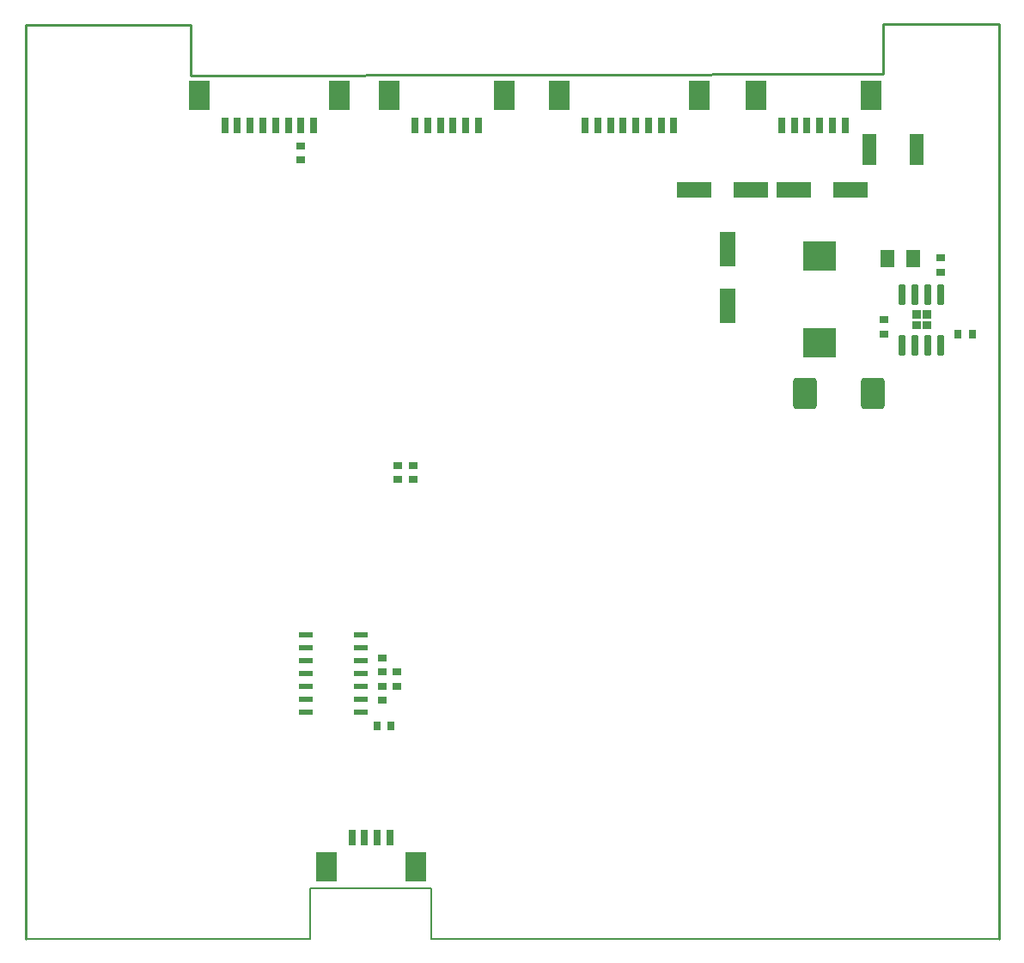
<source format=gbp>
G04*
G04 #@! TF.GenerationSoftware,Altium Limited,Altium Designer,21.8.1 (53)*
G04*
G04 Layer_Color=128*
%FSLAX25Y25*%
%MOIN*%
G70*
G04*
G04 #@! TF.SameCoordinates,A9CDAEE6-7C4F-44BA-9064-0FEE0475B84A*
G04*
G04*
G04 #@! TF.FilePolarity,Positive*
G04*
G01*
G75*
%ADD16C,0.01000*%
%ADD19C,0.00800*%
%ADD24R,0.03543X0.03150*%
%ADD29R,0.03150X0.03543*%
%ADD42R,0.05512X0.07087*%
%ADD96R,0.12800X0.11500*%
%ADD98R,0.13780X0.06299*%
%ADD99R,0.06299X0.13780*%
%ADD100R,0.08268X0.11811*%
%ADD101R,0.03150X0.06299*%
G04:AMPARAMS|DCode=102|XSize=91.73mil|YSize=120.87mil|CornerRadius=11.47mil|HoleSize=0mil|Usage=FLASHONLY|Rotation=0.000|XOffset=0mil|YOffset=0mil|HoleType=Round|Shape=RoundedRectangle|*
%AMROUNDEDRECTD102*
21,1,0.09173,0.09793,0,0,0.0*
21,1,0.06880,0.12087,0,0,0.0*
1,1,0.02293,0.03440,-0.04897*
1,1,0.02293,-0.03440,-0.04897*
1,1,0.02293,-0.03440,0.04897*
1,1,0.02293,0.03440,0.04897*
%
%ADD102ROUNDEDRECTD102*%
G04:AMPARAMS|DCode=103|XSize=77.56mil|YSize=23.62mil|CornerRadius=2.95mil|HoleSize=0mil|Usage=FLASHONLY|Rotation=270.000|XOffset=0mil|YOffset=0mil|HoleType=Round|Shape=RoundedRectangle|*
%AMROUNDEDRECTD103*
21,1,0.07756,0.01772,0,0,270.0*
21,1,0.07165,0.02362,0,0,270.0*
1,1,0.00591,-0.00886,-0.03583*
1,1,0.00591,-0.00886,0.03583*
1,1,0.00591,0.00886,0.03583*
1,1,0.00591,0.00886,-0.03583*
%
%ADD103ROUNDEDRECTD103*%
%ADD104R,0.05512X0.12008*%
%ADD105R,0.08268X0.11811*%
%ADD106R,0.03150X0.06299*%
%ADD107R,0.05750X0.02100*%
G36*
X347205Y236535D02*
Y239724D01*
X344016D01*
Y236535D01*
X347205D01*
D02*
G37*
G36*
Y240591D02*
Y243779D01*
X344016D01*
Y240591D01*
X347205D01*
D02*
G37*
G36*
X351260Y236535D02*
Y239724D01*
X348071D01*
Y236535D01*
X351260D01*
D02*
G37*
G36*
Y240591D02*
Y243779D01*
X348071D01*
Y240591D01*
X351260D01*
D02*
G37*
D16*
X377559Y0D02*
Y59055D01*
X63976Y335039D02*
Y354724D01*
X377559Y59055D02*
X377559Y355000D01*
X0Y354724D02*
X63976D01*
X332677Y355000D02*
X377559Y355000D01*
X63976Y335039D02*
X332677Y335615D01*
Y355000D01*
X0Y0D02*
Y354724D01*
D19*
X157480Y0D02*
X377559D01*
X0D02*
X110236D01*
X157480D02*
Y19685D01*
X110236D02*
X157480D01*
X110236Y0D02*
Y19685D01*
D24*
X332874Y234744D02*
D03*
X144500Y178244D02*
D03*
Y183756D02*
D03*
X150500Y178244D02*
D03*
Y183756D02*
D03*
X332874Y240256D02*
D03*
X355118Y258661D02*
D03*
Y264173D02*
D03*
X106693Y307677D02*
D03*
Y302165D02*
D03*
X138229Y108979D02*
D03*
Y103468D02*
D03*
Y97956D02*
D03*
Y92444D02*
D03*
X144135Y103468D02*
D03*
Y97956D02*
D03*
D29*
X141831Y82677D02*
D03*
X136319D02*
D03*
X361811Y234646D02*
D03*
X367323D02*
D03*
D42*
X334252Y263779D02*
D03*
X344488D02*
D03*
D96*
X308169Y231201D02*
D03*
Y264901D02*
D03*
D98*
X298031Y290551D02*
D03*
X320079D02*
D03*
X281496D02*
D03*
X259449D02*
D03*
D99*
X272441Y267717D02*
D03*
Y245669D02*
D03*
D100*
X206988Y327165D02*
D03*
X261516D02*
D03*
X185728D02*
D03*
X141043D02*
D03*
X283268D02*
D03*
X327953D02*
D03*
X67224D02*
D03*
X121752D02*
D03*
D101*
X251476Y315748D02*
D03*
X246555D02*
D03*
X241634D02*
D03*
X236713D02*
D03*
X231791D02*
D03*
X226870D02*
D03*
X221949D02*
D03*
X217028D02*
D03*
X151083D02*
D03*
X156004D02*
D03*
X165847D02*
D03*
X170768D02*
D03*
X175689D02*
D03*
X160925D02*
D03*
X303150D02*
D03*
X317913D02*
D03*
X312992D02*
D03*
X308071D02*
D03*
X298228D02*
D03*
X293307D02*
D03*
X111713D02*
D03*
X106791D02*
D03*
X101870D02*
D03*
X96949D02*
D03*
X92028D02*
D03*
X87106D02*
D03*
X82185D02*
D03*
X77264D02*
D03*
D102*
X328701Y211614D02*
D03*
X302205D02*
D03*
D103*
X340138Y230413D02*
D03*
X345138D02*
D03*
X350138D02*
D03*
X355138D02*
D03*
Y249902D02*
D03*
X350138D02*
D03*
X345138D02*
D03*
X340138D02*
D03*
D104*
X327362Y306299D02*
D03*
X345866D02*
D03*
D105*
X116535Y27953D02*
D03*
X151378D02*
D03*
D106*
X126575Y39370D02*
D03*
X131496D02*
D03*
X141339D02*
D03*
X136417D02*
D03*
D107*
X108607Y88074D02*
D03*
Y93074D02*
D03*
Y98074D02*
D03*
Y103074D02*
D03*
Y108074D02*
D03*
Y113074D02*
D03*
Y118074D02*
D03*
X130057D02*
D03*
Y113074D02*
D03*
Y108074D02*
D03*
Y103074D02*
D03*
Y98074D02*
D03*
Y93074D02*
D03*
Y88074D02*
D03*
M02*

</source>
